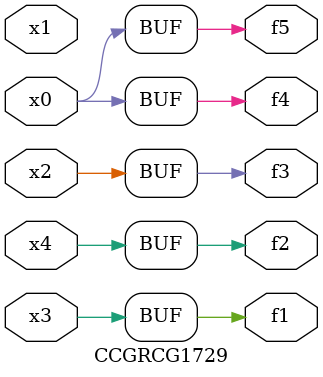
<source format=v>
module CCGRCG1729(
	input x0, x1, x2, x3, x4,
	output f1, f2, f3, f4, f5
);
	assign f1 = x3;
	assign f2 = x4;
	assign f3 = x2;
	assign f4 = x0;
	assign f5 = x0;
endmodule

</source>
